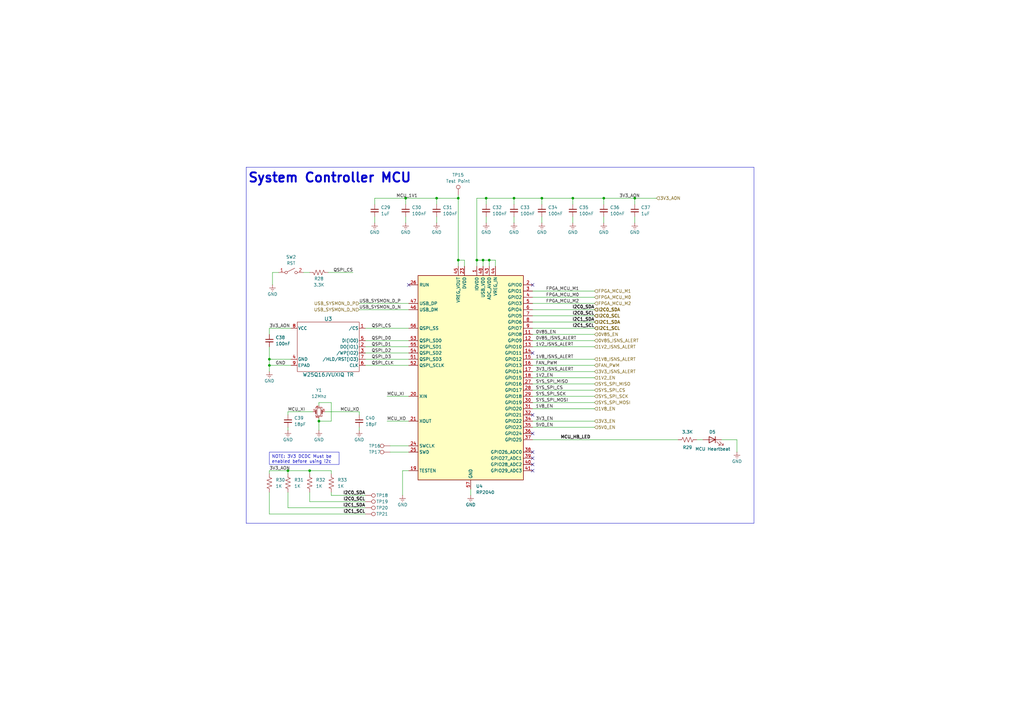
<source format=kicad_sch>
(kicad_sch (version 20231120) (generator "eeschema") (generator_version "8.0")
  (paper "A3")
  (title_block (title "System Controller") (date "2024-10-06") (rev "2.0") (company "Drexel University") (comment 1 "Designed by Michael Haahr"))
  (lib_symbols
    (symbol "Connector:TestPoint" (pin_numbers hide) (pin_names (offset 0.762) hide)
      (property "Reference" "TP" (at 0 6.858 0))
      (property "Value" "TestPoint" (at 0 5.08 0))
      (symbol "TestPoint_0_1"
        (circle (center 0 3.302) (radius 0.762))
      )
      (symbol "TestPoint_1_1"
        (pin passive line (at 0 0 90) (length 2.54) (name "1") (number "1"))
      )
    )
    (symbol "Device:C_Small" (pin_numbers hide) (pin_names (offset 0.254) hide)
      (property "Reference" "C" (at 0.254 1.778 0))
      (property "Value" "C_Small" (at 0.254 -2.032 0))
      (symbol "C_Small_0_1"
        (polyline (pts (xy -1.524 -0.508) (xy 1.524 -0.508)) (stroke (width 0.3302)))
        (polyline (pts (xy -1.524 0.508) (xy 1.524 0.508)) (stroke (width 0.3048)))
      )
      (symbol "C_Small_1_1"
        (pin passive line (at 0 2.54 270) (length 2.032) (name "~") (number "1"))
        (pin passive line (at 0 -2.54 90) (length 2.032) (name "~") (number "2"))
      )
    )
    (symbol "Device:Crystal_GND24_Small" (pin_names (offset 1.016) hide)
      (property "Reference" "Y" (at 1.27 4.445 0))
      (property "Value" "Crystal_GND24_Small" (at 1.27 2.54 0))
      (symbol "Crystal_GND24_Small_0_1"
        (rectangle (start -0.762 -1.524) (end 0.762 1.524))
        (polyline (pts (xy -1.27 -0.762) (xy -1.27 0.762)) (stroke (width 0.381)))
        (polyline (pts (xy 1.27 -0.762) (xy 1.27 0.762)) (stroke (width 0.381)))
        (polyline (pts (xy -1.27 -1.27) (xy -1.27 -1.905) (xy 1.27 -1.905) (xy 1.27 -1.27)))
        (polyline (pts (xy -1.27 1.27) (xy -1.27 1.905) (xy 1.27 1.905) (xy 1.27 1.27)))
      )
      (symbol "Crystal_GND24_Small_1_1"
        (pin passive line (at -2.54 0 0) (length 1.27) (name "1") (number "1"))
        (pin passive line (at 0 -2.54 90) (length 0.635) (name "2") (number "2"))
        (pin passive line (at 2.54 0 180) (length 1.27) (name "3") (number "3"))
        (pin passive line (at 0 2.54 270) (length 0.635) (name "4") (number "4"))
      )
    )
    (symbol "Device:LED" (pin_numbers hide) (pin_names (offset 1.016) hide)
      (property "Reference" "D" (at 0 2.54 0))
      (property "Value" "LED" (at 0 -2.54 0))
      (symbol "LED_0_1"
        (polyline (pts (xy -1.27 -1.27) (xy -1.27 1.27)) (stroke (width 0.254)))
        (polyline (pts (xy -1.27 0) (xy 1.27 0)))
        (polyline (pts (xy 1.27 -1.27) (xy 1.27 1.27) (xy -1.27 0) (xy 1.27 -1.27)) (stroke (width 0.254)))
        (polyline (pts (xy -3.048 -0.762) (xy -4.572 -2.286) (xy -3.81 -2.286) (xy -4.572 -2.286) (xy -4.572 -1.524)))
        (polyline (pts (xy -1.778 -0.762) (xy -3.302 -2.286) (xy -2.54 -2.286) (xy -3.302 -2.286) (xy -3.302 -1.524)))
      )
      (symbol "LED_1_1"
        (pin passive line (at -3.81 0 0) (length 2.54) (name "K") (number "1"))
        (pin passive line (at 3.81 0 180) (length 2.54) (name "A") (number "2"))
      )
    )
    (symbol "Device:R_US" (pin_numbers hide) (pin_names (offset 0))
      (property "Reference" "R" (at 2.54 0 90))
      (property "Value" "R_US" (at -2.54 0 90))
      (symbol "R_US_0_1"
        (polyline (pts (xy 0 -2.286) (xy 0 -2.54)))
        (polyline (pts (xy 0 2.286) (xy 0 2.54)))
        (polyline (pts (xy 0 -0.762) (xy 1.016 -1.143) (xy 0 -1.524) (xy -1.016 -1.905) (xy 0 -2.286)))
        (polyline (pts (xy 0 0.762) (xy 1.016 0.381) (xy 0 0) (xy -1.016 -0.381) (xy 0 -0.762)))
        (polyline (pts (xy 0 2.286) (xy 1.016 1.905) (xy 0 1.524) (xy -1.016 1.143) (xy 0 0.762)))
      )
      (symbol "R_US_1_1"
        (pin passive line (at 0 3.81 270) (length 1.27) (name "~") (number "1"))
        (pin passive line (at 0 -3.81 90) (length 1.27) (name "~") (number "2"))
      )
    )
    (symbol "MCU_RaspberryPi:RP2040"
      (property "Reference" "U" (at 17.78 45.72 0))
      (property "Value" "RP2040" (at 17.78 43.18 0))
      (symbol "RP2040_0_1"
        (rectangle (start -21.59 41.91) (end 21.59 -41.91) (stroke (width 0.254)) (fill (type background)))
      )
      (symbol "RP2040_1_1"
        (pin power_in line (at 2.54 45.72 270) (length 3.81) (name "IOVDD") (number "1"))
        (pin passive line (at 2.54 45.72 270) (length 3.81) hide (name "IOVDD") (number "10"))
        (pin bidirectional line (at 25.4 17.78 180) (length 3.81) (name "GPIO8") (number "11"))
        (pin bidirectional line (at 25.4 15.24 180) (length 3.81) (name "GPIO9") (number "12"))
        (pin bidirectional line (at 25.4 12.7 180) (length 3.81) (name "GPIO10") (number "13"))
        (pin bidirectional line (at 25.4 10.16 180) (length 3.81) (name "GPIO11") (number "14"))
        (pin bidirectional line (at 25.4 7.62 180) (length 3.81) (name "GPIO12") (number "15"))
        (pin bidirectional line (at 25.4 5.08 180) (length 3.81) (name "GPIO13") (number "16"))
        (pin bidirectional line (at 25.4 2.54 180) (length 3.81) (name "GPIO14") (number "17"))
        (pin bidirectional line (at 25.4 0 180) (length 3.81) (name "GPIO15") (number "18"))
        (pin input line (at -25.4 -38.1 0) (length 3.81) (name "TESTEN") (number "19"))
        (pin bidirectional line (at 25.4 38.1 180) (length 3.81) (name "GPIO0") (number "2"))
        (pin input line (at -25.4 -7.62 0) (length 3.81) (name "XIN") (number "20"))
        (pin passive line (at -25.4 -17.78 0) (length 3.81) (name "XOUT") (number "21"))
        (pin passive line (at 2.54 45.72 270) (length 3.81) hide (name "IOVDD") (number "22"))
        (pin power_in line (at -2.54 45.72 270) (length 3.81) (name "DVDD") (number "23"))
        (pin input line (at -25.4 -27.94 0) (length 3.81) (name "SWCLK") (number "24"))
        (pin bidirectional line (at -25.4 -30.48 0) (length 3.81) (name "SWD") (number "25"))
        (pin input line (at -25.4 38.1 0) (length 3.81) (name "RUN") (number "26"))
        (pin bidirectional line (at 25.4 -2.54 180) (length 3.81) (name "GPIO16") (number "27"))
        (pin bidirectional line (at 25.4 -5.08 180) (length 3.81) (name "GPIO17") (number "28"))
        (pin bidirectional line (at 25.4 -7.62 180) (length 3.81) (name "GPIO18") (number "29"))
        (pin bidirectional line (at 25.4 35.56 180) (length 3.81) (name "GPIO1") (number "3"))
        (pin bidirectional line (at 25.4 -10.16 180) (length 3.81) (name "GPIO19") (number "30"))
        (pin bidirectional line (at 25.4 -12.7 180) (length 3.81) (name "GPIO20") (number "31"))
        (pin bidirectional line (at 25.4 -15.24 180) (length 3.81) (name "GPIO21") (number "32"))
        (pin passive line (at 2.54 45.72 270) (length 3.81) hide (name "IOVDD") (number "33"))
        (pin bidirectional line (at 25.4 -17.78 180) (length 3.81) (name "GPIO22") (number "34"))
        (pin bidirectional line (at 25.4 -20.32 180) (length 3.81) (name "GPIO23") (number "35"))
        (pin bidirectional line (at 25.4 -22.86 180) (length 3.81) (name "GPIO24") (number "36"))
        (pin bidirectional line (at 25.4 -25.4 180) (length 3.81) (name "GPIO25") (number "37"))
        (pin bidirectional line (at 25.4 -30.48 180) (length 3.81) (name "GPIO26_ADC0") (number "38"))
        (pin bidirectional line (at 25.4 -33.02 180) (length 3.81) (name "GPIO27_ADC1") (number "39"))
        (pin bidirectional line (at 25.4 33.02 180) (length 3.81) (name "GPIO2") (number "4"))
        (pin bidirectional line (at 25.4 -35.56 180) (length 3.81) (name "GPIO28_ADC2") (number "40"))
        (pin bidirectional line (at 25.4 -38.1 180) (length 3.81) (name "GPIO29_ADC3") (number "41"))
        (pin passive line (at 2.54 45.72 270) (length 3.81) hide (name "IOVDD") (number "42"))
        (pin power_in line (at 7.62 45.72 270) (length 3.81) (name "ADC_AVDD") (number "43"))
        (pin power_in line (at 10.16 45.72 270) (length 3.81) (name "VREG_IN") (number "44"))
        (pin power_out line (at -5.08 45.72 270) (length 3.81) (name "VREG_VOUT") (number "45"))
        (pin bidirectional line (at -25.4 27.94 0) (length 3.81) (name "USB_DM") (number "46"))
        (pin bidirectional line (at -25.4 30.48 0) (length 3.81) (name "USB_DP") (number "47"))
        (pin power_in line (at 5.08 45.72 270) (length 3.81) (name "USB_VDD") (number "48"))
        (pin passive line (at 2.54 45.72 270) (length 3.81) hide (name "IOVDD") (number "49"))
        (pin bidirectional line (at 25.4 30.48 180) (length 3.81) (name "GPIO3") (number "5"))
        (pin passive line (at -2.54 45.72 270) (length 3.81) hide (name "DVDD") (number "50"))
        (pin bidirectional line (at -25.4 7.62 0) (length 3.81) (name "QSPI_SD3") (number "51"))
        (pin output line (at -25.4 5.08 0) (length 3.81) (name "QSPI_SCLK") (number "52"))
        (pin bidirectional line (at -25.4 15.24 0) (length 3.81) (name "QSPI_SD0") (number "53"))
        (pin bidirectional line (at -25.4 10.16 0) (length 3.81) (name "QSPI_SD2") (number "54"))
        (pin bidirectional line (at -25.4 12.7 0) (length 3.81) (name "QSPI_SD1") (number "55"))
        (pin bidirectional line (at -25.4 20.32 0) (length 3.81) (name "QSPI_SS") (number "56"))
        (pin power_in line (at 0 -45.72 90) (length 3.81) (name "GND") (number "57"))
        (pin bidirectional line (at 25.4 27.94 180) (length 3.81) (name "GPIO4") (number "6"))
        (pin bidirectional line (at 25.4 25.4 180) (length 3.81) (name "GPIO5") (number "7"))
        (pin bidirectional line (at 25.4 22.86 180) (length 3.81) (name "GPIO6") (number "8"))
        (pin bidirectional line (at 25.4 20.32 180) (length 3.81) (name "GPIO7") (number "9"))
      )
    )
    (symbol "Memory_Flash:W25Q16JVUXIQ_TR" (pin_names (offset 0.254))
      (property "Reference" "U2" (at 12.7 10.16 0))
      (property "Value" "W25Q16JVUXIQ TR" (at 12.7 7.62 0))
      (symbol "W25Q16JVUXIQ_TR_0_1"
        (pin passive line (at 27.94 2.54 180) (length 2.54) (name "/CS") (number "1"))
        (pin passive line (at 27.94 -5.08 180) (length 2.54) (name "DO(IO1)") (number "2"))
        (pin passive line (at 27.94 -2.54 180) (length 2.54) (name "DI(IO0)") (number "5"))
        (pin passive line (at 27.94 -12.7 180) (length 2.54) (name "CLK") (number "6"))
        (pin passive line (at -2.54 2.54 0) (length 2.54) (name "VCC") (number "8"))
        (pin passive line (at -2.54 -12.7 0) (length 2.54) (name "EPAD") (number "9"))
      )
      (symbol "W25Q16JVUXIQ_TR_1_1"
        (rectangle (start 0 5.08) (end 25.4 -15.24))
        (pin passive line (at 27.94 -7.62 180) (length 2.54) (name "/WP(IO2)") (number "3"))
        (pin passive line (at -2.54 -10.16 0) (length 2.54) (name "GND") (number "4"))
        (pin passive line (at 27.94 -10.16 180) (length 2.54) (name "/HLD/RST(IO3)") (number "7"))
      )
    )
    (symbol "Switch:SW_SPST" (pin_names (offset 0) hide)
      (property "Reference" "SW" (at 0 3.175 0))
      (property "Value" "SW_SPST" (at 0 -2.54 0))
      (symbol "SW_SPST_0_0"
        (circle (center -2.032 0) (radius 0.508))
        (polyline (pts (xy -1.524 0.254) (xy 1.524 1.778)))
        (circle (center 2.032 0) (radius 0.508))
      )
      (symbol "SW_SPST_1_1"
        (pin passive line (at -5.08 0 0) (length 2.54) (name "A") (number "1"))
        (pin passive line (at 5.08 0 180) (length 2.54) (name "B") (number "2"))
      )
    )
    (symbol "power:GND" (power) (pin_numbers hide) (pin_names (offset 0) hide)
      (property "Value" "GND" (at 0 -3.81 0))
      (symbol "GND_0_1"
        (polyline (pts (xy -0.635 -1.905) (xy 0.635 -1.905)))
        (polyline (pts (xy -0.127 -2.54) (xy 0.127 -2.54)))
        (polyline (pts (xy 0 -1.27) (xy 0 0)))
        (polyline (pts (xy 1.27 -1.27) (xy -1.27 -1.27)))
      )
      (symbol "GND_1_1"
        (pin power_in line (at 0 0 270) (length 0) (name "~") (number "1"))
      )
    )
  )
  (junction (at 110.49 147.32))
  (junction (at 247.65 81.28))
  (junction (at 260.35 81.28))
  (junction (at 118.11 193.04))
  (junction (at 200.66 106.68))
  (junction (at 110.49 149.86))
  (junction (at 130.81 172.72))
  (junction (at 210.82 81.28))
  (junction (at 199.39 81.28))
  (junction (at 187.96 81.28))
  (junction (at 234.95 81.28))
  (junction (at 222.25 81.28))
  (junction (at 198.12 106.68))
  (junction (at 179.07 81.28))
  (junction (at 166.37 81.28))
  (junction (at 187.96 106.68))
  (junction (at 195.58 106.68))
  (junction (at 127 193.04))
  (no_connect (at 218.44 177.8))
  (no_connect (at 218.44 193.04))
  (no_connect (at 218.44 185.42))
  (no_connect (at 218.44 187.96))
  (no_connect (at 218.44 190.5))
  (no_connect (at 218.44 144.78))
  (no_connect (at 218.44 116.84))
  (no_connect (at 218.44 170.18))
  (no_connect (at 167.64 116.84))
  (wire (pts (xy 110.49 210.82) (xy 110.49 201.93)))
  (wire (pts (xy 166.37 81.28) (xy 166.37 83.82)))
  (wire (pts (xy 222.25 81.28) (xy 234.95 81.28)))
  (wire (pts (xy 187.96 106.68) (xy 190.5 106.68)))
  (wire (pts (xy 203.2 109.22) (xy 203.2 106.68)))
  (wire (pts (xy 130.81 172.72) (xy 130.81 176.53)))
  (wire (pts (xy 130.81 165.1) (xy 135.89 165.1)))
  (wire (pts (xy 118.11 208.28) (xy 118.11 201.93)))
  (wire (pts (xy 179.07 81.28) (xy 187.96 81.28)))
  (wire (pts (xy 149.86 205.74) (xy 127 205.74)))
  (wire (pts (xy 160.02 182.88) (xy 167.64 182.88)))
  (wire (pts (xy 210.82 81.28) (xy 222.25 81.28)))
  (wire (pts (xy 110.49 147.32) (xy 119.38 147.32)))
  (wire (pts (xy 130.81 166.37) (xy 130.81 165.1)))
  (wire (pts (xy 149.86 144.78) (xy 167.64 144.78)))
  (wire (pts (xy 218.44 134.62) (xy 243.84 134.62)))
  (wire (pts (xy 118.11 168.91) (xy 118.11 170.18)))
  (wire (pts (xy 160.02 185.42) (xy 167.64 185.42)))
  (wire (pts (xy 166.37 88.9) (xy 166.37 91.44)))
  (wire (pts (xy 167.64 127) (xy 147.32 127)))
  (wire (pts (xy 210.82 88.9) (xy 210.82 91.44)))
  (wire (pts (xy 198.12 109.22) (xy 198.12 106.68)))
  (wire (pts (xy 149.86 134.62) (xy 167.64 134.62)))
  (wire (pts (xy 195.58 81.28) (xy 199.39 81.28)))
  (wire (pts (xy 149.86 210.82) (xy 110.49 210.82)))
  (wire (pts (xy 127 205.74) (xy 127 201.93)))
  (wire (pts (xy 222.25 88.9) (xy 222.25 91.44)))
  (wire (pts (xy 243.84 119.38) (xy 218.44 119.38)))
  (wire (pts (xy 218.44 180.34) (xy 278.13 180.34)))
  (wire (pts (xy 218.44 172.72) (xy 243.84 172.72)))
  (wire (pts (xy 243.84 147.32) (xy 218.44 147.32)))
  (wire (pts (xy 260.35 81.28) (xy 269.24 81.28)))
  (wire (pts (xy 149.86 142.24) (xy 167.64 142.24)))
  (wire (pts (xy 158.75 162.56) (xy 167.64 162.56)))
  (wire (pts (xy 147.32 175.26) (xy 147.32 176.53)))
  (wire (pts (xy 149.86 203.2) (xy 135.89 203.2)))
  (wire (pts (xy 243.84 124.46) (xy 218.44 124.46)))
  (wire (pts (xy 166.37 81.28) (xy 153.67 81.28)))
  (wire (pts (xy 243.84 142.24) (xy 218.44 142.24)))
  (wire (pts (xy 135.89 165.1) (xy 135.89 172.72)))
  (wire (pts (xy 179.07 81.28) (xy 179.07 83.82)))
  (wire (pts (xy 110.49 134.62) (xy 110.49 137.16)))
  (wire (pts (xy 110.49 147.32) (xy 110.49 149.86)))
  (wire (pts (xy 260.35 88.9) (xy 260.35 91.44)))
  (wire (pts (xy 198.12 106.68) (xy 195.58 106.68)))
  (wire (pts (xy 119.38 134.62) (xy 110.49 134.62)))
  (wire (pts (xy 243.84 154.94) (xy 218.44 154.94)))
  (wire (pts (xy 187.96 106.68) (xy 187.96 81.28)))
  (wire (pts (xy 110.49 149.86) (xy 119.38 149.86)))
  (wire (pts (xy 199.39 81.28) (xy 210.82 81.28)))
  (wire (pts (xy 134.62 111.76) (xy 144.78 111.76)))
  (wire (pts (xy 153.67 81.28) (xy 153.67 83.82)))
  (wire (pts (xy 135.89 172.72) (xy 130.81 172.72)))
  (wire (pts (xy 218.44 132.08) (xy 243.84 132.08)))
  (wire (pts (xy 130.81 172.72) (xy 130.81 171.45)))
  (wire (pts (xy 187.96 109.22) (xy 187.96 106.68)))
  (wire (pts (xy 203.2 106.68) (xy 200.66 106.68)))
  (wire (pts (xy 135.89 193.04) (xy 135.89 194.31)))
  (wire (pts (xy 218.44 175.26) (xy 243.84 175.26)))
  (wire (pts (xy 295.91 180.34) (xy 302.26 180.34)))
  (wire (pts (xy 167.64 124.46) (xy 147.32 124.46)))
  (wire (pts (xy 110.49 193.04) (xy 118.11 193.04)))
  (wire (pts (xy 199.39 81.28) (xy 199.39 83.82)))
  (wire (pts (xy 234.95 81.28) (xy 247.65 81.28)))
  (wire (pts (xy 165.1 193.04) (xy 165.1 203.2)))
  (wire (pts (xy 234.95 81.28) (xy 234.95 83.82)))
  (wire (pts (xy 149.86 147.32) (xy 167.64 147.32)))
  (wire (pts (xy 218.44 127) (xy 243.84 127)))
  (wire (pts (xy 190.5 109.22) (xy 190.5 106.68)))
  (wire (pts (xy 118.11 168.91) (xy 128.27 168.91)))
  (wire (pts (xy 147.32 168.91) (xy 147.32 170.18)))
  (wire (pts (xy 195.58 109.22) (xy 195.58 106.68)))
  (wire (pts (xy 118.11 193.04) (xy 118.11 194.31)))
  (wire (pts (xy 195.58 106.68) (xy 195.58 81.28)))
  (wire (pts (xy 167.64 193.04) (xy 165.1 193.04)))
  (wire (pts (xy 210.82 81.28) (xy 210.82 83.82)))
  (wire (pts (xy 247.65 88.9) (xy 247.65 91.44)))
  (wire (pts (xy 243.84 167.64) (xy 218.44 167.64)))
  (wire (pts (xy 153.67 88.9) (xy 153.67 91.44)))
  (wire (pts (xy 193.04 200.66) (xy 193.04 203.2)))
  (wire (pts (xy 222.25 81.28) (xy 222.25 83.82)))
  (wire (pts (xy 133.35 168.91) (xy 147.32 168.91)))
  (wire (pts (xy 110.49 142.24) (xy 110.49 147.32)))
  (wire (pts (xy 218.44 137.16) (xy 243.84 137.16)))
  (wire (pts (xy 302.26 180.34) (xy 302.26 185.42)))
  (wire (pts (xy 179.07 88.9) (xy 179.07 91.44)))
  (wire (pts (xy 218.44 129.54) (xy 243.84 129.54)))
  (wire (pts (xy 127 193.04) (xy 135.89 193.04)))
  (wire (pts (xy 118.11 175.26) (xy 118.11 176.53)))
  (wire (pts (xy 218.44 149.86) (xy 243.84 149.86)))
  (wire (pts (xy 260.35 81.28) (xy 260.35 83.82)))
  (wire (pts (xy 199.39 88.9) (xy 199.39 91.44)))
  (wire (pts (xy 158.75 172.72) (xy 167.64 172.72)))
  (wire (pts (xy 114.3 111.76) (xy 111.76 111.76)))
  (wire (pts (xy 247.65 81.28) (xy 260.35 81.28)))
  (wire (pts (xy 218.44 162.56) (xy 243.84 162.56)))
  (wire (pts (xy 243.84 121.92) (xy 218.44 121.92)))
  (wire (pts (xy 247.65 81.28) (xy 247.65 83.82)))
  (wire (pts (xy 218.44 152.4) (xy 243.84 152.4)))
  (wire (pts (xy 110.49 149.86) (xy 110.49 152.4)))
  (wire (pts (xy 127 193.04) (xy 127 194.31)))
  (wire (pts (xy 234.95 88.9) (xy 234.95 91.44)))
  (wire (pts (xy 218.44 165.1) (xy 243.84 165.1)))
  (wire (pts (xy 135.89 203.2) (xy 135.89 201.93)))
  (wire (pts (xy 166.37 81.28) (xy 179.07 81.28)))
  (wire (pts (xy 187.96 80.01) (xy 187.96 81.28)))
  (wire (pts (xy 149.86 139.7) (xy 167.64 139.7)))
  (wire (pts (xy 200.66 106.68) (xy 198.12 106.68)))
  (wire (pts (xy 218.44 160.02) (xy 243.84 160.02)))
  (wire (pts (xy 200.66 109.22) (xy 200.66 106.68)))
  (wire (pts (xy 218.44 157.48) (xy 243.84 157.48)))
  (wire (pts (xy 110.49 193.04) (xy 110.49 194.31)))
  (wire (pts (xy 118.11 193.04) (xy 127 193.04)))
  (wire (pts (xy 218.44 139.7) (xy 243.84 139.7)))
  (wire (pts (xy 124.46 111.76) (xy 127 111.76)))
  (wire (pts (xy 149.86 149.86) (xy 167.64 149.86)))
  (wire (pts (xy 111.76 111.76) (xy 111.76 116.84)))
  (wire (pts (xy 149.86 208.28) (xy 118.11 208.28)))
  (wire (pts (xy 285.75 180.34) (xy 288.29 180.34)))
  (rectangle (start 100.965 68.58) (end 309.245 214.63))
  (text_box "NOTE: 3V3 DCDC Must be enabled before using i2c" (at 110.49 185.42 0) (size 28.575 5.08) (effects (font (size 1.27 1.27)) (justify left top)))
  (text "System Controller MCU" (at 135.255 73.025 0) (effects (font (size 3.81 3.81) (bold yes))))
  (label "I2C1_SCL" (at 149.86 210.82 180) (effects (font (bold yes))))
  (label "QSPI_CLK" (at 152.4 149.86 0))
  (label "QSPI_D0" (at 152.4 139.7 0))
  (label "1V8_EN" (at 219.71 167.64 0))
  (label "MCU_XO" (at 147.32 168.91 180))
  (label "USB_SYSMON_D_P" (at 147.32 124.46 0))
  (label "1V8_ISNS_ALERT" (at 219.71 147.32 0))
  (label "MCU_XI" (at 118.11 168.91 0))
  (label "GND" (at 113.03 149.86 0))
  (label "1V2_ISNS_ALERT" (at 219.71 142.24 0))
  (label "SYS_SPI_SCK" (at 219.71 162.56 0))
  (label "3V3_AON" (at 110.49 134.62 0))
  (label "I2C0_SCL" (at 243.84 129.54 180) (effects (font (bold yes))))
  (label "FAN_PWM" (at 219.71 149.86 0))
  (label "QSPI_D3" (at 152.4 147.32 0))
  (label "0V85_ISNS_ALERT" (at 219.71 139.7 0))
  (label "3V3_EN" (at 219.71 172.72 0))
  (label "QSPI_CS" (at 144.78 111.76 180))
  (label "FPGA_MCU_M0" (at 237.49 121.92 180))
  (label "FPGA_MCU_M1" (at 237.49 119.38 180))
  (label "I2C1_SDA" (at 243.84 132.08 180) (effects (font (bold yes))))
  (label "QSPI_CS" (at 152.4 134.62 0))
  (label "FPGA_MCU_M2" (at 237.49 124.46 180))
  (label "SYS_SPI_MISO" (at 219.71 157.48 0))
  (label "QSPI_D2" (at 152.4 144.78 0))
  (label "MCU_1V1" (at 162.56 81.28 0))
  (label "MCU_XO" (at 158.75 172.72 0))
  (label "3V3_AON" (at 110.49 193.04 0))
  (label "MCU_XI" (at 158.75 162.56 0))
  (label "I2C0_SCL" (at 149.86 205.74 180) (effects (font (bold yes))))
  (label "I2C0_SDA" (at 149.86 203.2 180) (effects (font (bold yes))))
  (label "I2C1_SCL" (at 243.84 134.62 180) (effects (font (bold yes))))
  (label "QSPI_D1" (at 152.4 142.24 0))
  (label "I2C1_SDA" (at 149.86 208.28 180) (effects (font (bold yes))))
  (label "I2C0_SDA" (at 243.84 127 180) (effects (font (bold yes))))
  (label "MCU_HB_LED" (at 229.87 180.34 0) (effects (font (bold yes))))
  (label "3V3_AON" (at 254 81.28 0))
  (label "3V3_ISNS_ALERT" (at 219.71 152.4 0))
  (label "SYS_SPI_CS" (at 219.71 160.02 0))
  (label "0V85_EN" (at 219.71 137.16 0))
  (label "1V2_EN" (at 219.71 154.94 0))
  (label "USB_SYSMON_D_N" (at 147.32 127 0))
  (label "5V0_EN" (at 219.71 175.26 0))
  (label "SYS_SPI_MOSI" (at 219.71 165.1 0))
  (hierarchical_label "I2C0_SCL" (shape input) (at 243.84 129.54 0) (effects (font (bold yes))))
  (hierarchical_label "SYS_SPI_MOSI" (shape input) (at 243.84 165.1 0))
  (hierarchical_label "1V8_EN" (shape input) (at 243.84 167.64 0))
  (hierarchical_label "SYS_SPI_SCK" (shape input) (at 243.84 162.56 0))
  (hierarchical_label "5V0_EN" (shape input) (at 243.84 175.26 0))
  (hierarchical_label "1V2_EN" (shape input) (at 243.84 154.94 0))
  (hierarchical_label "1V2_ISNS_ALERT" (shape input) (at 243.84 142.24 0))
  (hierarchical_label "FAN_PWM" (shape input) (at 243.84 149.86 0))
  (hierarchical_label "I2C1_SCL" (shape input) (at 243.84 134.62 0) (effects (font (bold yes))))
  (hierarchical_label "SYS_SPI_MISO" (shape input) (at 243.84 157.48 0))
  (hierarchical_label "FPGA_MCU_M1" (shape input) (at 243.84 119.38 0))
  (hierarchical_label "0V85_EN" (shape input) (at 243.84 137.16 0))
  (hierarchical_label "I2C1_SDA" (shape input) (at 243.84 132.08 0) (effects (font (bold yes))))
  (hierarchical_label "3V3_ISNS_ALERT" (shape input) (at 243.84 152.4 0))
  (hierarchical_label "SYS_SPI_CS" (shape input) (at 243.84 160.02 0))
  (hierarchical_label "I2C0_SDA" (shape input) (at 243.84 127 0) (effects (font (bold yes))))
  (hierarchical_label "3V3_AON" (shape input) (at 269.24 81.28 0))
  (hierarchical_label "0V85_ISNS_ALERT" (shape input) (at 243.84 139.7 0))
  (hierarchical_label "1V8_ISNS_ALERT" (shape input) (at 243.84 147.32 0))
  (hierarchical_label "3V3_EN" (shape input) (at 243.84 172.72 0))
  (hierarchical_label "FPGA_MCU_M0" (shape input) (at 243.84 121.92 0))
  (hierarchical_label "USB_SYSMON_D_N" (shape input) (at 147.32 127 180))
  (hierarchical_label "USB_SYSMON_D_P" (shape input) (at 147.32 124.46 180))
  (hierarchical_label "FPGA_MCU_M2" (shape input) (at 243.84 124.46 0))
  (symbol (lib_id "Device:R_US") (at 127 198.12 180) (unit 1)
    (property "Reference" "R32" (at 129.54 196.8499 0) (effects (justify right)))
    (property "Value" "1K" (at 129.54 199.3899 0) (effects (justify right)))
    (property "Footprint" "Resistor_SMD:R_0201_0603Metric" (effects (hide yes)))
    (property "Description" "Resistor, US symbol" (effects (hide yes)))
  )
  (symbol (lib_id "Device:R_US") (at 118.11 198.12 180) (unit 1)
    (property "Reference" "R31" (at 120.65 196.8499 0) (effects (justify right)))
    (property "Value" "1K" (at 120.65 199.3899 0) (effects (justify right)))
    (property "Footprint" "Resistor_SMD:R_0201_0603Metric" (effects (hide yes)))
    (property "Description" "Resistor, US symbol" (effects (hide yes)))
  )
  (symbol (lib_id "Device:C_Small") (at 153.67 86.36 0) (unit 1)
    (property "Reference" "C29" (at 156.21 85.0962 0) (effects (justify left)))
    (property "Value" "1uF" (at 156.21 87.6362 0) (effects (justify left)))
    (property "Footprint" "Capacitor_SMD:C_0201_0603Metric" (effects (hide yes)))
    (property "Datasheet" "GRM155R71H104KE14D" (effects (hide yes)))
    (property "Description" "Unpolarized capacitor, small symbol" (effects (hide yes)))
  )
  (symbol (lib_id "power:GND") (at 302.26 185.42 0) (unit 1)
    (property "Reference" "#PWR087" (effects (hide yes)))
    (property "Value" "GND" (at 302.26 189.23 0))
    (property "Description" "Power symbol creates a global label with name \"GND\" , ground" (effects (hide yes)))
  )
  (symbol (lib_id "Device:C_Small") (at 222.25 86.36 0) (unit 1)
    (property "Reference" "C34" (at 224.79 85.0962 0) (effects (justify left)))
    (property "Value" "100nF" (at 224.79 87.6362 0) (effects (justify left)))
    (property "Footprint" "Capacitor_SMD:C_0201_0603Metric" (effects (hide yes)))
    (property "Datasheet" "GRM155R71H104KE14D" (effects (hide yes)))
    (property "Description" "Unpolarized capacitor, small symbol" (effects (hide yes)))
  )
  (symbol (lib_id "power:GND") (at 165.1 203.2 0) (unit 1)
    (property "Reference" "#PWR088" (effects (hide yes)))
    (property "Value" "GND" (at 165.1 207.01 0))
    (property "Description" "Power symbol creates a global label with name \"GND\" , ground" (effects (hide yes)))
  )
  (symbol (lib_id "power:GND") (at 179.07 91.44 0) (unit 1)
    (property "Reference" "#PWR075" (effects (hide yes)))
    (property "Value" "GND" (at 179.07 95.25 0))
    (property "Description" "Power symbol creates a global label with name \"GND\" , ground" (effects (hide yes)))
  )
  (symbol (lib_id "power:GND") (at 118.11 176.53 0) (unit 1)
    (property "Reference" "#PWR084" (effects (hide yes)))
    (property "Value" "GND" (at 118.11 180.34 0))
    (property "Description" "Power symbol creates a global label with name \"GND\" , ground" (effects (hide yes)))
  )
  (symbol (lib_id "Device:C_Small") (at 260.35 86.36 0) (unit 1)
    (property "Reference" "C37" (at 262.89 85.0962 0) (effects (justify left)))
    (property "Value" "1uF" (at 262.89 87.6362 0) (effects (justify left)))
    (property "Footprint" "Capacitor_SMD:C_0201_0603Metric" (effects (hide yes)))
    (property "Datasheet" "GRM155R71H104KE14D" (effects (hide yes)))
    (property "Description" "Unpolarized capacitor, small symbol" (effects (hide yes)))
  )
  (symbol (lib_id "Device:C_Small") (at 147.32 172.72 0) (unit 1)
    (property "Reference" "C40" (at 149.86 171.4562 0) (effects (justify left)))
    (property "Value" "18pF" (at 149.86 173.9962 0) (effects (justify left)))
    (property "Footprint" "Capacitor_SMD:C_0201_0603Metric" (effects (hide yes)))
    (property "Description" "Unpolarized capacitor, small symbol" (effects (hide yes)))
  )
  (symbol (lib_id "Connector:TestPoint") (at 149.86 208.28 270) (unit 1)
    (property "Reference" "TP20" (at 154.305 208.28 90) (effects (justify left)))
    (property "Value" "Test Point" (effects (hide yes)))
    (property "Footprint" "FPGA Module:Test Point 0.5mm No Silk" (effects (hide yes)))
    (property "Description" "test point" (effects (hide yes)))
  )
  (symbol (lib_id "Connector:TestPoint") (at 149.86 205.74 270) (unit 1)
    (property "Reference" "TP19" (at 154.305 205.74 90) (effects (justify left)))
    (property "Value" "Test Point" (effects (hide yes)))
    (property "Footprint" "FPGA Module:Test Point 0.5mm No Silk" (effects (hide yes)))
    (property "Description" "test point" (effects (hide yes)))
  )
  (symbol (lib_id "Device:C_Small") (at 210.82 86.36 0) (unit 1)
    (property "Reference" "C33" (at 213.36 85.0962 0) (effects (justify left)))
    (property "Value" "100nF" (at 213.36 87.6362 0) (effects (justify left)))
    (property "Footprint" "Capacitor_SMD:C_0201_0603Metric" (effects (hide yes)))
    (property "Datasheet" "GRM155R71H104KE14D" (effects (hide yes)))
    (property "Description" "Unpolarized capacitor, small symbol" (effects (hide yes)))
  )
  (symbol (lib_id "power:GND") (at 234.95 91.44 0) (unit 1)
    (property "Reference" "#PWR079" (effects (hide yes)))
    (property "Value" "GND" (at 234.95 95.25 0))
    (property "Description" "Power symbol creates a global label with name \"GND\" , ground" (effects (hide yes)))
  )
  (symbol (lib_id "Connector:TestPoint") (at 160.02 185.42 90) (unit 1)
    (property "Reference" "TP17" (at 153.67 185.42 90))
    (property "Value" "TestPoint" (effects (hide yes)))
    (property "Footprint" "FPGA Module:Test Point 0.5mm No Silk" (effects (hide yes)))
    (property "Description" "test point" (effects (hide yes)))
  )
  (symbol (lib_id "power:GND") (at 111.76 116.84 0) (unit 1)
    (property "Reference" "#PWR082" (effects (hide yes)))
    (property "Value" "GND" (at 111.76 120.65 0))
    (property "Description" "Power symbol creates a global label with name \"GND\" , ground" (effects (hide yes)))
  )
  (symbol (lib_id "Memory_Flash:W25Q16JVUXIQ_TR") (at 121.92 137.16 0) (unit 1)
    (property "Reference" "U3" (at 134.62 130.81 0) (effects (font (size 1.524 1.524))))
    (property "Value" "W25Q16JVUXIQ TR" (at 134.62 153.67 0) (effects (font (size 1.524 1.524))))
    (property "Footprint" "FPGA Module:USON-8_UX_2x3x0p6_WIN" (effects (hide yes)))
    (property "Datasheet" "https://www.winbond.com/resource-files/w25q16jv%20spi%20revh%2004082019%20plus.pdf" (effects (hide yes)))
  )
  (symbol (lib_id "Device:C_Small") (at 118.11 172.72 0) (unit 1)
    (property "Reference" "C39" (at 120.65 171.4562 0) (effects (justify left)))
    (property "Value" "18pF" (at 120.65 173.9962 0) (effects (justify left)))
    (property "Footprint" "Capacitor_SMD:C_0201_0603Metric" (effects (hide yes)))
    (property "Description" "Unpolarized capacitor, small symbol" (effects (hide yes)))
  )
  (symbol (lib_id "Connector:TestPoint") (at 149.86 210.82 270) (unit 1)
    (property "Reference" "TP21" (at 154.305 210.82 90) (effects (justify left)))
    (property "Value" "Test Point" (effects (hide yes)))
    (property "Footprint" "FPGA Module:Test Point 0.5mm No Silk" (effects (hide yes)))
    (property "Description" "test point" (effects (hide yes)))
  )
  (symbol (lib_id "power:GND") (at 199.39 91.44 0) (unit 1)
    (property "Reference" "#PWR076" (effects (hide yes)))
    (property "Value" "GND" (at 199.39 95.25 0))
    (property "Description" "Power symbol creates a global label with name \"GND\" , ground" (effects (hide yes)))
  )
  (symbol (lib_id "power:GND") (at 147.32 176.53 0) (unit 1)
    (property "Reference" "#PWR086" (effects (hide yes)))
    (property "Value" "GND" (at 147.32 180.34 0))
    (property "Description" "Power symbol creates a global label with name \"GND\" , ground" (effects (hide yes)))
  )
  (symbol (lib_id "Device:R_US") (at 110.49 198.12 180) (unit 1)
    (property "Reference" "R30" (at 113.03 196.8499 0) (effects (justify right)))
    (property "Value" "1K" (at 113.03 199.3899 0) (effects (justify right)))
    (property "Footprint" "Resistor_SMD:R_0201_0603Metric" (effects (hide yes)))
    (property "Description" "Resistor, US symbol" (effects (hide yes)))
  )
  (symbol (lib_id "power:GND") (at 153.67 91.44 0) (unit 1)
    (property "Reference" "#PWR073" (effects (hide yes)))
    (property "Value" "GND" (at 153.67 95.25 0))
    (property "Description" "Power symbol creates a global label with name \"GND\" , ground" (effects (hide yes)))
  )
  (symbol (lib_id "MCU_RaspberryPi:RP2040") (at 193.04 154.94 0) (unit 1)
    (property "Reference" "U4" (at 195.2341 199.39 0) (effects (justify left)))
    (property "Value" "RP2040" (at 195.2341 201.93 0) (effects (justify left)))
    (property "Footprint" "Package_DFN_QFN:QFN-56-1EP_7x7mm_P0.4mm_EP3.2x3.2mm" (effects (hide yes)))
    (property "Datasheet" "https://datasheets.raspberrypi.com/rp2040/rp2040-datasheet.pdf" (effects (hide yes)))
    (property "Description" "A microcontroller by Raspberry Pi" (effects (hide yes)))
  )
  (symbol (lib_id "Device:C_Small") (at 166.37 86.36 0) (unit 1)
    (property "Reference" "C30" (at 168.91 85.0962 0) (effects (justify left)))
    (property "Value" "100nF" (at 168.91 87.6362 0) (effects (justify left)))
    (property "Footprint" "Capacitor_SMD:C_0201_0603Metric" (effects (hide yes)))
    (property "Datasheet" "GRM155R71H104KE14D" (effects (hide yes)))
    (property "Description" "Unpolarized capacitor, small symbol" (effects (hide yes)))
  )
  (symbol (lib_id "Device:R_US") (at 135.89 198.12 180) (unit 1)
    (property "Reference" "R33" (at 138.43 196.8499 0) (effects (justify right)))
    (property "Value" "1K" (at 138.43 199.3899 0) (effects (justify right)))
    (property "Footprint" "Resistor_SMD:R_0201_0603Metric" (effects (hide yes)))
    (property "Description" "Resistor, US symbol" (effects (hide yes)))
  )
  (symbol (lib_id "Connector:TestPoint") (at 149.86 203.2 270) (unit 1)
    (property "Reference" "TP18" (at 154.305 203.2 90) (effects (justify left)))
    (property "Value" "Test Point" (effects (hide yes)))
    (property "Footprint" "FPGA Module:Test Point 0.5mm No Silk" (effects (hide yes)))
    (property "Description" "test point" (effects (hide yes)))
  )
  (symbol (lib_id "Device:C_Small") (at 247.65 86.36 0) (unit 1)
    (property "Reference" "C36" (at 250.19 85.0962 0) (effects (justify left)))
    (property "Value" "100nF" (at 250.19 87.6362 0) (effects (justify left)))
    (property "Footprint" "Capacitor_SMD:C_0201_0603Metric" (effects (hide yes)))
    (property "Datasheet" "GRM155R71H104KE14D" (effects (hide yes)))
    (property "Description" "Unpolarized capacitor, small symbol" (effects (hide yes)))
  )
  (symbol (lib_id "Device:C_Small") (at 234.95 86.36 0) (unit 1)
    (property "Reference" "C35" (at 237.49 85.0962 0) (effects (justify left)))
    (property "Value" "100nF" (at 237.49 87.6362 0) (effects (justify left)))
    (property "Footprint" "Capacitor_SMD:C_0201_0603Metric" (effects (hide yes)))
    (property "Datasheet" "GRM155R71H104KE14D" (effects (hide yes)))
    (property "Description" "Unpolarized capacitor, small symbol" (effects (hide yes)))
  )
  (symbol (lib_id "Device:Crystal_GND24_Small") (at 130.81 168.91 0) (unit 1)
    (property "Reference" "Y1" (at 130.81 160.02 0))
    (property "Value" "12Mhz" (at 130.81 162.56 0))
    (property "Footprint" "Oscillator:Oscillator_SMD_Abracon_ASE-4Pin_3.2x2.5mm" (effects (hide yes)))
    (property "Datasheet" "https://abracon.com/Resonators/abm8.pdf" (effects (hide yes)))
    (property "Description" "Four pin crystal, GND on pins 2 and 4, small symbol" (effects (hide yes)))
  )
  (symbol (lib_id "power:GND") (at 210.82 91.44 0) (unit 1)
    (property "Reference" "#PWR077" (effects (hide yes)))
    (property "Value" "GND" (at 210.82 95.25 0))
    (property "Description" "Power symbol creates a global label with name \"GND\" , ground" (effects (hide yes)))
  )
  (symbol (lib_id "power:GND") (at 193.04 203.2 0) (unit 1)
    (property "Reference" "#PWR089" (effects (hide yes)))
    (property "Value" "GND" (at 193.04 207.01 0))
    (property "Description" "Power symbol creates a global label with name \"GND\" , ground" (effects (hide yes)))
  )
  (symbol (lib_id "Device:LED") (at 292.1 180.34 0) (mirror y) (unit 1)
    (property "Reference" "D5" (at 290.83 177.165 0) (effects (justify right)))
    (property "Value" "MCU Heartbeat" (at 285.115 184.15 0) (effects (justify right)))
    (property "Footprint" "LED_SMD:LED_0603_1608Metric" (effects (hide yes)))
    (property "Description" "Light emitting diode" (effects (hide yes)))
  )
  (symbol (lib_id "Switch:SW_SPST") (at 119.38 111.76 0) (unit 1)
    (property "Reference" "SW2" (at 119.38 105.41 0))
    (property "Value" "RST" (at 119.38 107.95 0))
    (property "Footprint" "Button_Switch_SMD:SW_Push_SPST_NO_Alps_SKRK" (effects (hide yes)))
    (property "Description" "Single Pole Single Throw (SPST) switch" (effects (hide yes)))
  )
  (symbol (lib_id "Device:R_US") (at 130.81 111.76 270) (mirror x) (unit 1)
    (property "Reference" "R28" (at 130.81 114.3 90))
    (property "Value" "3.3K" (at 130.81 116.84 90))
    (property "Footprint" "Resistor_SMD:R_0201_0603Metric" (effects (hide yes)))
    (property "Datasheet" "https://www.yageo.com/upload/media/product/products/datasheet/rchip/PYu-RC_Group_51_RoHS_L_12.pdf" (effects (hide yes)))
    (property "Description" "Resistor, US symbol" (effects (hide yes)))
    (property "MPN" "RC0402JR-0710KL" (effects (hide yes)))
  )
  (symbol (lib_id "power:GND") (at 260.35 91.44 0) (unit 1)
    (property "Reference" "#PWR081" (effects (hide yes)))
    (property "Value" "GND" (at 260.35 95.25 0))
    (property "Description" "Power symbol creates a global label with name \"GND\" , ground" (effects (hide yes)))
  )
  (symbol (lib_id "power:GND") (at 222.25 91.44 0) (unit 1)
    (property "Reference" "#PWR078" (effects (hide yes)))
    (property "Value" "GND" (at 222.25 95.25 0))
    (property "Description" "Power symbol creates a global label with name \"GND\" , ground" (effects (hide yes)))
  )
  (symbol (lib_id "Device:R_US") (at 281.94 180.34 90) (unit 1)
    (property "Reference" "R29" (at 281.94 183.515 90))
    (property "Value" "3.3K" (at 281.94 177.165 90))
    (property "Footprint" "Resistor_SMD:R_0201_0603Metric" (effects (hide yes)))
    (property "Description" "Resistor, US symbol" (effects (hide yes)))
  )
  (symbol (lib_id "Device:C_Small") (at 110.49 139.7 0) (unit 1)
    (property "Reference" "C38" (at 113.03 138.4362 0) (effects (justify left)))
    (property "Value" "100nF" (at 113.03 140.9762 0) (effects (justify left)))
    (property "Footprint" "Capacitor_SMD:C_0201_0603Metric" (effects (hide yes)))
    (property "Datasheet" "GRM155R71H104KE14D" (effects (hide yes)))
    (property "Description" "Unpolarized capacitor, small symbol" (effects (hide yes)))
  )
  (symbol (lib_id "power:GND") (at 166.37 91.44 0) (unit 1)
    (property "Reference" "#PWR074" (effects (hide yes)))
    (property "Value" "GND" (at 166.37 95.25 0))
    (property "Description" "Power symbol creates a global label with name \"GND\" , ground" (effects (hide yes)))
  )
  (symbol (lib_id "power:GND") (at 110.49 152.4 0) (unit 1)
    (property "Reference" "#PWR083" (effects (hide yes)))
    (property "Value" "GND" (at 110.49 156.21 0))
    (property "Description" "Power symbol creates a global label with name \"GND\" , ground" (effects (hide yes)))
  )
  (symbol (lib_id "Device:C_Small") (at 179.07 86.36 0) (unit 1)
    (property "Reference" "C31" (at 181.61 85.0962 0) (effects (justify left)))
    (property "Value" "100nF" (at 181.61 87.6362 0) (effects (justify left)))
    (property "Footprint" "Capacitor_SMD:C_0201_0603Metric" (effects (hide yes)))
    (property "Datasheet" "GRM155R71H104KE14D" (effects (hide yes)))
    (property "Description" "Unpolarized capacitor, small symbol" (effects (hide yes)))
  )
  (symbol (lib_id "power:GND") (at 130.81 176.53 0) (unit 1)
    (property "Reference" "#PWR085" (effects (hide yes)))
    (property "Value" "GND" (at 130.81 180.34 0))
    (property "Description" "Power symbol creates a global label with name \"GND\" , ground" (effects (hide yes)))
  )
  (symbol (lib_id "Connector:TestPoint") (at 187.96 80.01 0) (unit 1)
    (property "Reference" "TP15" (at 185.42 71.755 0) (effects (justify left)))
    (property "Value" "Test Point" (at 182.88 74.295 0) (effects (justify left)))
    (property "Footprint" "FPGA Module:Test Point 0.5mm No Silk" (effects (hide yes)))
    (property "Description" "test point" (effects (hide yes)))
  )
  (symbol (lib_id "power:GND") (at 247.65 91.44 0) (unit 1)
    (property "Reference" "#PWR080" (effects (hide yes)))
    (property "Value" "GND" (at 247.65 95.25 0))
    (property "Description" "Power symbol creates a global label with name \"GND\" , ground" (effects (hide yes)))
  )
  (symbol (lib_id "Connector:TestPoint") (at 160.02 182.88 90) (unit 1)
    (property "Reference" "TP16" (at 153.67 182.88 90))
    (property "Value" "TestPoint" (effects (hide yes)))
    (property "Footprint" "FPGA Module:Test Point 0.5mm No Silk" (effects (hide yes)))
    (property "Description" "test point" (effects (hide yes)))
  )
  (symbol (lib_id "Device:C_Small") (at 199.39 86.36 0) (unit 1)
    (property "Reference" "C32" (at 201.93 85.0962 0) (effects (justify left)))
    (property "Value" "100nF" (at 201.93 87.6362 0) (effects (justify left)))
    (property "Footprint" "Capacitor_SMD:C_0201_0603Metric" (effects (hide yes)))
    (property "Datasheet" "GRM155R71H104KE14D" (effects (hide yes)))
    (property "Description" "Unpolarized capacitor, small symbol" (effects (hide yes)))
  )
)
</source>
